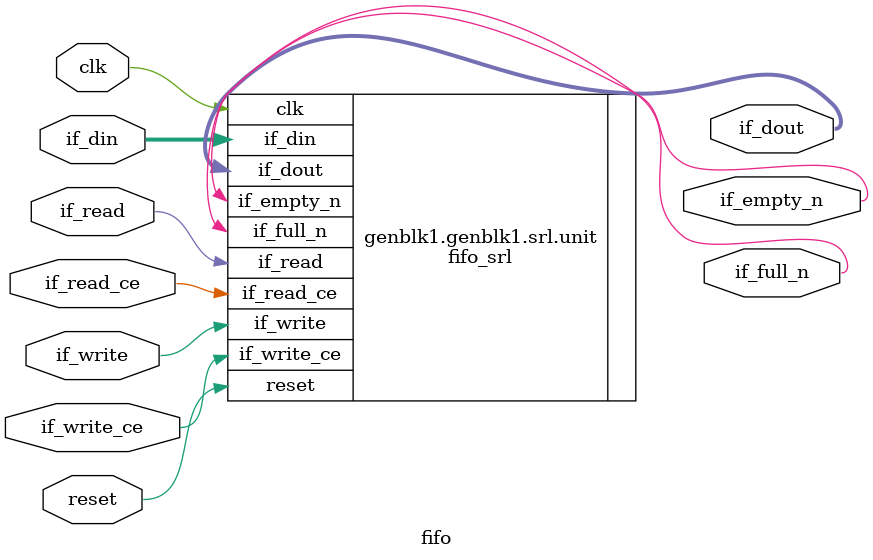
<source format=v>
`default_nettype none
`timescale 1 ns / 1 ps

module fifo #(
  parameter DATA_WIDTH = 32,
  parameter ADDR_WIDTH = 5,
  parameter DEPTH      = 32
) (
  input wire clk,
  input wire reset,

  // write
  output wire                  if_full_n,
  input  wire                  if_write_ce,
  input  wire                  if_write,
  input  wire [DATA_WIDTH-1:0] if_din,

  // read
  output wire                  if_empty_n,
  input  wire                  if_read_ce,
  input  wire                  if_read,
  output wire [DATA_WIDTH-1:0] if_dout
);

generate
  if (DEPTH == 1) begin : d1
    fifo_fwd #(
      .DATA_WIDTH(DATA_WIDTH)
    ) unit (
      .clk  (clk),
      .reset(reset),

      .if_full_n  (if_full_n),
      .if_write_ce(if_write_ce),
      .if_write   (if_write),
      .if_din     (if_din),

      .if_empty_n(if_empty_n),
      .if_read_ce(if_read_ce),
      .if_read   (if_read),
      .if_dout   (if_dout)
    );
  end else if (DATA_WIDTH >= 36 && DEPTH >= 4096) begin : uram
    fifo_bram #(
      .MEM_STYLE ("ultra"),
      .DATA_WIDTH(DATA_WIDTH),
      .ADDR_WIDTH(ADDR_WIDTH),
      .DEPTH     (DEPTH)
    ) unit (
      .clk  (clk),
      .reset(reset),

      .if_full_n  (if_full_n),
      .if_write_ce(if_write_ce),
      .if_write   (if_write),
      .if_din     (if_din),

      .if_empty_n(if_empty_n),
      .if_read_ce(if_read_ce),
      .if_read   (if_read),
      .if_dout   (if_dout)
    );
  end else if (DEPTH >=128) begin : bram
    fifo_bram #(
      .MEM_STYLE ("block"),
      .DATA_WIDTH(DATA_WIDTH),
      .ADDR_WIDTH(ADDR_WIDTH),
      .DEPTH     (DEPTH)
    ) unit (
      .clk  (clk),
      .reset(reset),

      .if_full_n  (if_full_n),
      .if_write_ce(if_write_ce),
      .if_write   (if_write),
      .if_din     (if_din),

      .if_empty_n(if_empty_n),
      .if_read_ce(if_read_ce),
      .if_read   (if_read),
      .if_dout   (if_dout)
    );
  end else begin : srl
    fifo_srl #(
      .DATA_WIDTH(DATA_WIDTH),
      .ADDR_WIDTH(ADDR_WIDTH),
      .DEPTH     (DEPTH)
    ) unit (
      .clk  (clk),
      .reset(reset),

      .if_full_n  (if_full_n),
      .if_write_ce(if_write_ce),
      .if_write   (if_write),
      .if_din     (if_din),

      .if_empty_n(if_empty_n),
      .if_read_ce(if_read_ce),
      .if_read   (if_read),
      .if_dout   (if_dout)
    );
  end
endgenerate

endmodule  // fifo

`default_nettype wire

</source>
